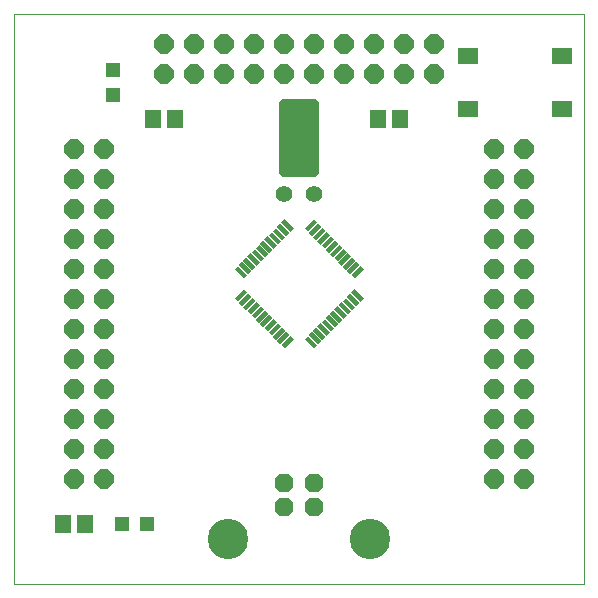
<source format=gts>
G75*
%MOIN*%
%OFA0B0*%
%FSLAX24Y24*%
%IPPOS*%
%LPD*%
%AMOC8*
5,1,8,0,0,1.08239X$1,22.5*
%
%ADD10C,0.0000*%
%ADD11R,0.0440X0.0160*%
%ADD12R,0.0160X0.0440*%
%ADD13C,0.0560*%
%ADD14C,0.0330*%
%ADD15OC8,0.0640*%
%ADD16OC8,0.0614*%
%ADD17C,0.1346*%
%ADD18R,0.0650X0.0552*%
%ADD19R,0.0552X0.0631*%
%ADD20R,0.0512X0.0512*%
D10*
X001150Y002646D02*
X001150Y021646D01*
X020150Y021646D01*
X020150Y002646D01*
X001150Y002646D01*
D11*
G36*
X011137Y010490D02*
X010827Y010800D01*
X010941Y010914D01*
X011251Y010604D01*
X011137Y010490D01*
G37*
G36*
X011278Y010631D02*
X010968Y010941D01*
X011082Y011055D01*
X011392Y010745D01*
X011278Y010631D01*
G37*
G36*
X011420Y010772D02*
X011110Y011082D01*
X011224Y011196D01*
X011534Y010886D01*
X011420Y010772D01*
G37*
G36*
X011561Y010914D02*
X011251Y011224D01*
X011365Y011338D01*
X011675Y011028D01*
X011561Y010914D01*
G37*
G36*
X011703Y011055D02*
X011393Y011365D01*
X011507Y011479D01*
X011817Y011169D01*
X011703Y011055D01*
G37*
G36*
X011844Y011197D02*
X011534Y011507D01*
X011648Y011621D01*
X011958Y011311D01*
X011844Y011197D01*
G37*
G36*
X011985Y011338D02*
X011675Y011648D01*
X011789Y011762D01*
X012099Y011452D01*
X011985Y011338D01*
G37*
G36*
X012127Y011479D02*
X011817Y011789D01*
X011931Y011903D01*
X012241Y011593D01*
X012127Y011479D01*
G37*
G36*
X012268Y011621D02*
X011958Y011931D01*
X012072Y012045D01*
X012382Y011735D01*
X012268Y011621D01*
G37*
G36*
X012410Y011762D02*
X012100Y012072D01*
X012214Y012186D01*
X012524Y011876D01*
X012410Y011762D01*
G37*
G36*
X012551Y011904D02*
X012241Y012214D01*
X012355Y012328D01*
X012665Y012018D01*
X012551Y011904D01*
G37*
G36*
X012693Y012045D02*
X012383Y012355D01*
X012497Y012469D01*
X012807Y012159D01*
X012693Y012045D01*
G37*
G36*
X010359Y014379D02*
X010049Y014689D01*
X010163Y014803D01*
X010473Y014493D01*
X010359Y014379D01*
G37*
G36*
X010218Y014237D02*
X009908Y014547D01*
X010022Y014661D01*
X010332Y014351D01*
X010218Y014237D01*
G37*
G36*
X010076Y014096D02*
X009766Y014406D01*
X009880Y014520D01*
X010190Y014210D01*
X010076Y014096D01*
G37*
G36*
X009935Y013954D02*
X009625Y014264D01*
X009739Y014378D01*
X010049Y014068D01*
X009935Y013954D01*
G37*
G36*
X009793Y013813D02*
X009483Y014123D01*
X009597Y014237D01*
X009907Y013927D01*
X009793Y013813D01*
G37*
G36*
X009652Y013671D02*
X009342Y013981D01*
X009456Y014095D01*
X009766Y013785D01*
X009652Y013671D01*
G37*
G36*
X009511Y013530D02*
X009201Y013840D01*
X009315Y013954D01*
X009625Y013644D01*
X009511Y013530D01*
G37*
G36*
X009369Y013389D02*
X009059Y013699D01*
X009173Y013813D01*
X009483Y013503D01*
X009369Y013389D01*
G37*
G36*
X009228Y013247D02*
X008918Y013557D01*
X009032Y013671D01*
X009342Y013361D01*
X009228Y013247D01*
G37*
G36*
X009086Y013106D02*
X008776Y013416D01*
X008890Y013530D01*
X009200Y013220D01*
X009086Y013106D01*
G37*
G36*
X008945Y012964D02*
X008635Y013274D01*
X008749Y013388D01*
X009059Y013078D01*
X008945Y012964D01*
G37*
G36*
X008803Y012823D02*
X008493Y013133D01*
X008607Y013247D01*
X008917Y012937D01*
X008803Y012823D01*
G37*
D12*
G36*
X008607Y012045D02*
X008493Y012159D01*
X008803Y012469D01*
X008917Y012355D01*
X008607Y012045D01*
G37*
G36*
X008749Y011904D02*
X008635Y012018D01*
X008945Y012328D01*
X009059Y012214D01*
X008749Y011904D01*
G37*
G36*
X008890Y011762D02*
X008776Y011876D01*
X009086Y012186D01*
X009200Y012072D01*
X008890Y011762D01*
G37*
G36*
X009032Y011621D02*
X008918Y011735D01*
X009228Y012045D01*
X009342Y011931D01*
X009032Y011621D01*
G37*
G36*
X009173Y011479D02*
X009059Y011593D01*
X009369Y011903D01*
X009483Y011789D01*
X009173Y011479D01*
G37*
G36*
X009315Y011338D02*
X009201Y011452D01*
X009511Y011762D01*
X009625Y011648D01*
X009315Y011338D01*
G37*
G36*
X009456Y011197D02*
X009342Y011311D01*
X009652Y011621D01*
X009766Y011507D01*
X009456Y011197D01*
G37*
G36*
X009597Y011055D02*
X009483Y011169D01*
X009793Y011479D01*
X009907Y011365D01*
X009597Y011055D01*
G37*
G36*
X009739Y010914D02*
X009625Y011028D01*
X009935Y011338D01*
X010049Y011224D01*
X009739Y010914D01*
G37*
G36*
X009880Y010772D02*
X009766Y010886D01*
X010076Y011196D01*
X010190Y011082D01*
X009880Y010772D01*
G37*
G36*
X010022Y010631D02*
X009908Y010745D01*
X010218Y011055D01*
X010332Y010941D01*
X010022Y010631D01*
G37*
G36*
X010163Y010490D02*
X010049Y010604D01*
X010359Y010914D01*
X010473Y010800D01*
X010163Y010490D01*
G37*
G36*
X012355Y012964D02*
X012241Y013078D01*
X012551Y013388D01*
X012665Y013274D01*
X012355Y012964D01*
G37*
G36*
X012497Y012823D02*
X012383Y012937D01*
X012693Y013247D01*
X012807Y013133D01*
X012497Y012823D01*
G37*
G36*
X012214Y013106D02*
X012100Y013220D01*
X012410Y013530D01*
X012524Y013416D01*
X012214Y013106D01*
G37*
G36*
X012072Y013247D02*
X011958Y013361D01*
X012268Y013671D01*
X012382Y013557D01*
X012072Y013247D01*
G37*
G36*
X011931Y013389D02*
X011817Y013503D01*
X012127Y013813D01*
X012241Y013699D01*
X011931Y013389D01*
G37*
G36*
X011789Y013530D02*
X011675Y013644D01*
X011985Y013954D01*
X012099Y013840D01*
X011789Y013530D01*
G37*
G36*
X011648Y013671D02*
X011534Y013785D01*
X011844Y014095D01*
X011958Y013981D01*
X011648Y013671D01*
G37*
G36*
X011507Y013813D02*
X011393Y013927D01*
X011703Y014237D01*
X011817Y014123D01*
X011507Y013813D01*
G37*
G36*
X011365Y013954D02*
X011251Y014068D01*
X011561Y014378D01*
X011675Y014264D01*
X011365Y013954D01*
G37*
G36*
X011224Y014096D02*
X011110Y014210D01*
X011420Y014520D01*
X011534Y014406D01*
X011224Y014096D01*
G37*
G36*
X011082Y014237D02*
X010968Y014351D01*
X011278Y014661D01*
X011392Y014547D01*
X011082Y014237D01*
G37*
G36*
X010941Y014379D02*
X010827Y014493D01*
X011137Y014803D01*
X011251Y014689D01*
X010941Y014379D01*
G37*
D13*
X011150Y015646D03*
X010150Y015646D03*
D14*
X011145Y016371D02*
X011145Y018621D01*
X011145Y016371D02*
X010155Y016371D01*
X010155Y018621D01*
X011145Y018621D01*
X011145Y016700D02*
X010155Y016700D01*
X010155Y017029D02*
X011145Y017029D01*
X011145Y017358D02*
X010155Y017358D01*
X010155Y017687D02*
X011145Y017687D01*
X011145Y018016D02*
X010155Y018016D01*
X010155Y018345D02*
X011145Y018345D01*
D15*
X011150Y019646D03*
X011150Y020646D03*
X010150Y020646D03*
X010150Y019646D03*
X009150Y019646D03*
X008150Y019646D03*
X008150Y020646D03*
X009150Y020646D03*
X007150Y020646D03*
X007150Y019646D03*
X006150Y019646D03*
X006150Y020646D03*
X004150Y017146D03*
X004150Y016146D03*
X004150Y015146D03*
X004150Y014146D03*
X004150Y013146D03*
X004150Y012146D03*
X004150Y011146D03*
X004150Y010146D03*
X004150Y009146D03*
X004150Y008146D03*
X004150Y007146D03*
X004150Y006146D03*
X003150Y006146D03*
X003150Y007146D03*
X003150Y008146D03*
X003150Y009146D03*
X003150Y010146D03*
X003150Y011146D03*
X003150Y012146D03*
X003150Y013146D03*
X003150Y014146D03*
X003150Y015146D03*
X003150Y016146D03*
X003150Y017146D03*
X012150Y019646D03*
X013150Y019646D03*
X013150Y020646D03*
X012150Y020646D03*
X014150Y020646D03*
X014150Y019646D03*
X015150Y019646D03*
X015150Y020646D03*
X017150Y017146D03*
X017150Y016146D03*
X017150Y015146D03*
X017150Y014146D03*
X017150Y013146D03*
X017150Y012146D03*
X017150Y011146D03*
X017150Y010146D03*
X017150Y009146D03*
X017150Y008146D03*
X017150Y007146D03*
X017150Y006146D03*
X018150Y006146D03*
X018150Y007146D03*
X018150Y008146D03*
X018150Y009146D03*
X018150Y010146D03*
X018150Y011146D03*
X018150Y012146D03*
X018150Y013146D03*
X018150Y014146D03*
X018150Y015146D03*
X018150Y016146D03*
X018150Y017146D03*
D16*
X011142Y006000D03*
X011142Y005213D03*
X010158Y005213D03*
X010158Y006000D03*
D17*
X008280Y004146D03*
X013020Y004146D03*
D18*
X016285Y018460D03*
X016285Y020232D03*
X019415Y020232D03*
X019415Y018460D03*
D19*
X014024Y018146D03*
X013276Y018146D03*
X006524Y018146D03*
X005776Y018146D03*
X003524Y004646D03*
X002776Y004646D03*
D20*
X004737Y004646D03*
X005563Y004646D03*
X004425Y018933D03*
X004425Y019759D03*
M02*

</source>
